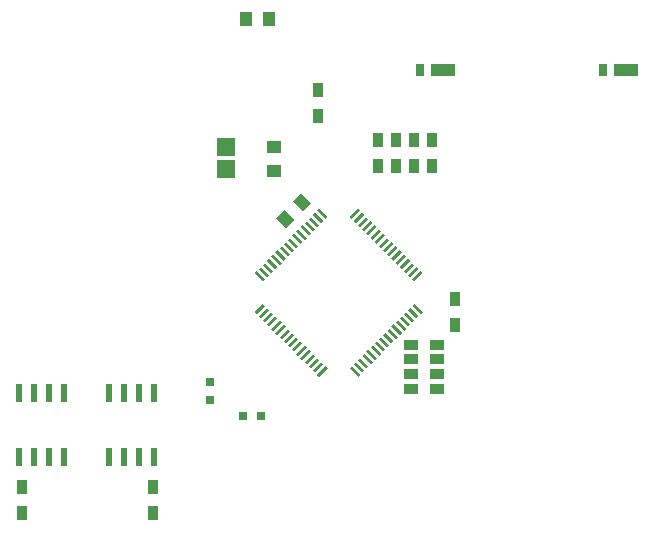
<source format=gbp>
G04 #@! TF.FileFunction,Paste,Bot*
%FSLAX46Y46*%
G04 Gerber Fmt 4.6, Leading zero omitted, Abs format (unit mm)*
G04 Created by KiCad (PCBNEW 4.0.6) date 03/12/17 16:17:21*
%MOMM*%
%LPD*%
G01*
G04 APERTURE LIST*
%ADD10C,0.100000*%
%ADD11R,0.900000X1.200000*%
%ADD12R,0.750000X0.800000*%
%ADD13R,0.800000X0.750000*%
%ADD14R,0.800000X1.100000*%
%ADD15R,2.000000X1.100000*%
%ADD16R,1.524000X1.524000*%
%ADD17R,1.200000X0.900000*%
%ADD18R,0.600000X1.550000*%
%ADD19R,1.250000X1.000000*%
%ADD20R,1.000000X1.250000*%
G04 APERTURE END LIST*
D10*
D11*
X106350000Y-71293000D03*
X106350000Y-69093000D03*
D10*
G36*
X95571281Y-76585102D02*
X94687398Y-75701219D01*
X95394505Y-74994112D01*
X96278388Y-75877995D01*
X95571281Y-76585102D01*
X95571281Y-76585102D01*
G37*
G36*
X96985495Y-75170888D02*
X96101612Y-74287005D01*
X96808719Y-73579898D01*
X97692602Y-74463781D01*
X96985495Y-75170888D01*
X96985495Y-75170888D01*
G37*
D12*
X89141500Y-89572500D03*
X89141500Y-91072500D03*
D13*
X93447500Y-92481500D03*
X91947500Y-92481500D03*
D14*
X106924000Y-63208000D03*
D15*
X108824000Y-63208000D03*
D14*
X122418000Y-63208000D03*
D15*
X124318000Y-63208000D03*
D16*
X90475000Y-69685000D03*
X90475000Y-71564600D03*
D11*
X109855000Y-82572501D03*
X109855000Y-84772501D03*
X98222000Y-67038500D03*
X98222000Y-64838500D03*
D17*
X106126783Y-86412350D03*
X108326783Y-86412350D03*
X106126783Y-87669586D03*
X108326783Y-87669586D03*
X106126783Y-88926822D03*
X108326783Y-88926822D03*
X106126783Y-90184058D03*
X108326783Y-90184058D03*
D11*
X107874000Y-71293000D03*
X107874000Y-69093000D03*
X103302000Y-71293000D03*
X103302000Y-69093000D03*
X104826000Y-71293000D03*
X104826000Y-69093000D03*
X73203000Y-100693500D03*
X73203000Y-98493500D03*
X84252000Y-98493500D03*
X84252000Y-100693500D03*
D10*
G36*
X98355977Y-89128101D02*
X98179200Y-88951324D01*
X98886307Y-88244217D01*
X99063084Y-88420994D01*
X98355977Y-89128101D01*
X98355977Y-89128101D01*
G37*
G36*
X98002423Y-88774548D02*
X97825646Y-88597771D01*
X98532753Y-87890664D01*
X98709530Y-88067441D01*
X98002423Y-88774548D01*
X98002423Y-88774548D01*
G37*
G36*
X97648870Y-88420994D02*
X97472093Y-88244217D01*
X98179200Y-87537110D01*
X98355977Y-87713887D01*
X97648870Y-88420994D01*
X97648870Y-88420994D01*
G37*
G36*
X97295317Y-88067441D02*
X97118540Y-87890664D01*
X97825647Y-87183557D01*
X98002424Y-87360334D01*
X97295317Y-88067441D01*
X97295317Y-88067441D01*
G37*
G36*
X96941763Y-87713888D02*
X96764986Y-87537111D01*
X97472093Y-86830004D01*
X97648870Y-87006781D01*
X96941763Y-87713888D01*
X96941763Y-87713888D01*
G37*
G36*
X96588210Y-87360334D02*
X96411433Y-87183557D01*
X97118540Y-86476450D01*
X97295317Y-86653227D01*
X96588210Y-87360334D01*
X96588210Y-87360334D01*
G37*
G36*
X96234656Y-87006781D02*
X96057879Y-86830004D01*
X96764986Y-86122897D01*
X96941763Y-86299674D01*
X96234656Y-87006781D01*
X96234656Y-87006781D01*
G37*
G36*
X95881103Y-86653227D02*
X95704326Y-86476450D01*
X96411433Y-85769343D01*
X96588210Y-85946120D01*
X95881103Y-86653227D01*
X95881103Y-86653227D01*
G37*
G36*
X95527550Y-86299674D02*
X95350773Y-86122897D01*
X96057880Y-85415790D01*
X96234657Y-85592567D01*
X95527550Y-86299674D01*
X95527550Y-86299674D01*
G37*
G36*
X95173996Y-85946121D02*
X94997219Y-85769344D01*
X95704326Y-85062237D01*
X95881103Y-85239014D01*
X95173996Y-85946121D01*
X95173996Y-85946121D01*
G37*
G36*
X94820443Y-85592567D02*
X94643666Y-85415790D01*
X95350773Y-84708683D01*
X95527550Y-84885460D01*
X94820443Y-85592567D01*
X94820443Y-85592567D01*
G37*
G36*
X94466889Y-85239014D02*
X94290112Y-85062237D01*
X94997219Y-84355130D01*
X95173996Y-84531907D01*
X94466889Y-85239014D01*
X94466889Y-85239014D01*
G37*
G36*
X94113336Y-84885460D02*
X93936559Y-84708683D01*
X94643666Y-84001576D01*
X94820443Y-84178353D01*
X94113336Y-84885460D01*
X94113336Y-84885460D01*
G37*
G36*
X93759783Y-84531907D02*
X93583006Y-84355130D01*
X94290113Y-83648023D01*
X94466890Y-83824800D01*
X93759783Y-84531907D01*
X93759783Y-84531907D01*
G37*
G36*
X93406229Y-84178354D02*
X93229452Y-84001577D01*
X93936559Y-83294470D01*
X94113336Y-83471247D01*
X93406229Y-84178354D01*
X93406229Y-84178354D01*
G37*
G36*
X93052676Y-83824800D02*
X92875899Y-83648023D01*
X93583006Y-82940916D01*
X93759783Y-83117693D01*
X93052676Y-83824800D01*
X93052676Y-83824800D01*
G37*
G36*
X92875899Y-80359977D02*
X93052676Y-80183200D01*
X93759783Y-80890307D01*
X93583006Y-81067084D01*
X92875899Y-80359977D01*
X92875899Y-80359977D01*
G37*
G36*
X93229452Y-80006423D02*
X93406229Y-79829646D01*
X94113336Y-80536753D01*
X93936559Y-80713530D01*
X93229452Y-80006423D01*
X93229452Y-80006423D01*
G37*
G36*
X93583006Y-79652870D02*
X93759783Y-79476093D01*
X94466890Y-80183200D01*
X94290113Y-80359977D01*
X93583006Y-79652870D01*
X93583006Y-79652870D01*
G37*
G36*
X93936559Y-79299317D02*
X94113336Y-79122540D01*
X94820443Y-79829647D01*
X94643666Y-80006424D01*
X93936559Y-79299317D01*
X93936559Y-79299317D01*
G37*
G36*
X94290112Y-78945763D02*
X94466889Y-78768986D01*
X95173996Y-79476093D01*
X94997219Y-79652870D01*
X94290112Y-78945763D01*
X94290112Y-78945763D01*
G37*
G36*
X94643666Y-78592210D02*
X94820443Y-78415433D01*
X95527550Y-79122540D01*
X95350773Y-79299317D01*
X94643666Y-78592210D01*
X94643666Y-78592210D01*
G37*
G36*
X94997219Y-78238656D02*
X95173996Y-78061879D01*
X95881103Y-78768986D01*
X95704326Y-78945763D01*
X94997219Y-78238656D01*
X94997219Y-78238656D01*
G37*
G36*
X95350773Y-77885103D02*
X95527550Y-77708326D01*
X96234657Y-78415433D01*
X96057880Y-78592210D01*
X95350773Y-77885103D01*
X95350773Y-77885103D01*
G37*
G36*
X95704326Y-77531550D02*
X95881103Y-77354773D01*
X96588210Y-78061880D01*
X96411433Y-78238657D01*
X95704326Y-77531550D01*
X95704326Y-77531550D01*
G37*
G36*
X96057879Y-77177996D02*
X96234656Y-77001219D01*
X96941763Y-77708326D01*
X96764986Y-77885103D01*
X96057879Y-77177996D01*
X96057879Y-77177996D01*
G37*
G36*
X96411433Y-76824443D02*
X96588210Y-76647666D01*
X97295317Y-77354773D01*
X97118540Y-77531550D01*
X96411433Y-76824443D01*
X96411433Y-76824443D01*
G37*
G36*
X96764986Y-76470889D02*
X96941763Y-76294112D01*
X97648870Y-77001219D01*
X97472093Y-77177996D01*
X96764986Y-76470889D01*
X96764986Y-76470889D01*
G37*
G36*
X97118540Y-76117336D02*
X97295317Y-75940559D01*
X98002424Y-76647666D01*
X97825647Y-76824443D01*
X97118540Y-76117336D01*
X97118540Y-76117336D01*
G37*
G36*
X97472093Y-75763783D02*
X97648870Y-75587006D01*
X98355977Y-76294113D01*
X98179200Y-76470890D01*
X97472093Y-75763783D01*
X97472093Y-75763783D01*
G37*
G36*
X97825646Y-75410229D02*
X98002423Y-75233452D01*
X98709530Y-75940559D01*
X98532753Y-76117336D01*
X97825646Y-75410229D01*
X97825646Y-75410229D01*
G37*
G36*
X98179200Y-75056676D02*
X98355977Y-74879899D01*
X99063084Y-75587006D01*
X98886307Y-75763783D01*
X98179200Y-75056676D01*
X98179200Y-75056676D01*
G37*
G36*
X101113693Y-75763783D02*
X100936916Y-75587006D01*
X101644023Y-74879899D01*
X101820800Y-75056676D01*
X101113693Y-75763783D01*
X101113693Y-75763783D01*
G37*
G36*
X101467247Y-76117336D02*
X101290470Y-75940559D01*
X101997577Y-75233452D01*
X102174354Y-75410229D01*
X101467247Y-76117336D01*
X101467247Y-76117336D01*
G37*
G36*
X101820800Y-76470890D02*
X101644023Y-76294113D01*
X102351130Y-75587006D01*
X102527907Y-75763783D01*
X101820800Y-76470890D01*
X101820800Y-76470890D01*
G37*
G36*
X102174353Y-76824443D02*
X101997576Y-76647666D01*
X102704683Y-75940559D01*
X102881460Y-76117336D01*
X102174353Y-76824443D01*
X102174353Y-76824443D01*
G37*
G36*
X102527907Y-77177996D02*
X102351130Y-77001219D01*
X103058237Y-76294112D01*
X103235014Y-76470889D01*
X102527907Y-77177996D01*
X102527907Y-77177996D01*
G37*
G36*
X102881460Y-77531550D02*
X102704683Y-77354773D01*
X103411790Y-76647666D01*
X103588567Y-76824443D01*
X102881460Y-77531550D01*
X102881460Y-77531550D01*
G37*
G36*
X103235014Y-77885103D02*
X103058237Y-77708326D01*
X103765344Y-77001219D01*
X103942121Y-77177996D01*
X103235014Y-77885103D01*
X103235014Y-77885103D01*
G37*
G36*
X103588567Y-78238657D02*
X103411790Y-78061880D01*
X104118897Y-77354773D01*
X104295674Y-77531550D01*
X103588567Y-78238657D01*
X103588567Y-78238657D01*
G37*
G36*
X103942120Y-78592210D02*
X103765343Y-78415433D01*
X104472450Y-77708326D01*
X104649227Y-77885103D01*
X103942120Y-78592210D01*
X103942120Y-78592210D01*
G37*
G36*
X104295674Y-78945763D02*
X104118897Y-78768986D01*
X104826004Y-78061879D01*
X105002781Y-78238656D01*
X104295674Y-78945763D01*
X104295674Y-78945763D01*
G37*
G36*
X104649227Y-79299317D02*
X104472450Y-79122540D01*
X105179557Y-78415433D01*
X105356334Y-78592210D01*
X104649227Y-79299317D01*
X104649227Y-79299317D01*
G37*
G36*
X105002781Y-79652870D02*
X104826004Y-79476093D01*
X105533111Y-78768986D01*
X105709888Y-78945763D01*
X105002781Y-79652870D01*
X105002781Y-79652870D01*
G37*
G36*
X105356334Y-80006424D02*
X105179557Y-79829647D01*
X105886664Y-79122540D01*
X106063441Y-79299317D01*
X105356334Y-80006424D01*
X105356334Y-80006424D01*
G37*
G36*
X105709887Y-80359977D02*
X105533110Y-80183200D01*
X106240217Y-79476093D01*
X106416994Y-79652870D01*
X105709887Y-80359977D01*
X105709887Y-80359977D01*
G37*
G36*
X106063441Y-80713530D02*
X105886664Y-80536753D01*
X106593771Y-79829646D01*
X106770548Y-80006423D01*
X106063441Y-80713530D01*
X106063441Y-80713530D01*
G37*
G36*
X106416994Y-81067084D02*
X106240217Y-80890307D01*
X106947324Y-80183200D01*
X107124101Y-80359977D01*
X106416994Y-81067084D01*
X106416994Y-81067084D01*
G37*
G36*
X106240217Y-83117693D02*
X106416994Y-82940916D01*
X107124101Y-83648023D01*
X106947324Y-83824800D01*
X106240217Y-83117693D01*
X106240217Y-83117693D01*
G37*
G36*
X105886664Y-83471247D02*
X106063441Y-83294470D01*
X106770548Y-84001577D01*
X106593771Y-84178354D01*
X105886664Y-83471247D01*
X105886664Y-83471247D01*
G37*
G36*
X105533110Y-83824800D02*
X105709887Y-83648023D01*
X106416994Y-84355130D01*
X106240217Y-84531907D01*
X105533110Y-83824800D01*
X105533110Y-83824800D01*
G37*
G36*
X105179557Y-84178353D02*
X105356334Y-84001576D01*
X106063441Y-84708683D01*
X105886664Y-84885460D01*
X105179557Y-84178353D01*
X105179557Y-84178353D01*
G37*
G36*
X104826004Y-84531907D02*
X105002781Y-84355130D01*
X105709888Y-85062237D01*
X105533111Y-85239014D01*
X104826004Y-84531907D01*
X104826004Y-84531907D01*
G37*
G36*
X104472450Y-84885460D02*
X104649227Y-84708683D01*
X105356334Y-85415790D01*
X105179557Y-85592567D01*
X104472450Y-84885460D01*
X104472450Y-84885460D01*
G37*
G36*
X104118897Y-85239014D02*
X104295674Y-85062237D01*
X105002781Y-85769344D01*
X104826004Y-85946121D01*
X104118897Y-85239014D01*
X104118897Y-85239014D01*
G37*
G36*
X103765343Y-85592567D02*
X103942120Y-85415790D01*
X104649227Y-86122897D01*
X104472450Y-86299674D01*
X103765343Y-85592567D01*
X103765343Y-85592567D01*
G37*
G36*
X103411790Y-85946120D02*
X103588567Y-85769343D01*
X104295674Y-86476450D01*
X104118897Y-86653227D01*
X103411790Y-85946120D01*
X103411790Y-85946120D01*
G37*
G36*
X103058237Y-86299674D02*
X103235014Y-86122897D01*
X103942121Y-86830004D01*
X103765344Y-87006781D01*
X103058237Y-86299674D01*
X103058237Y-86299674D01*
G37*
G36*
X102704683Y-86653227D02*
X102881460Y-86476450D01*
X103588567Y-87183557D01*
X103411790Y-87360334D01*
X102704683Y-86653227D01*
X102704683Y-86653227D01*
G37*
G36*
X102351130Y-87006781D02*
X102527907Y-86830004D01*
X103235014Y-87537111D01*
X103058237Y-87713888D01*
X102351130Y-87006781D01*
X102351130Y-87006781D01*
G37*
G36*
X101997576Y-87360334D02*
X102174353Y-87183557D01*
X102881460Y-87890664D01*
X102704683Y-88067441D01*
X101997576Y-87360334D01*
X101997576Y-87360334D01*
G37*
G36*
X101644023Y-87713887D02*
X101820800Y-87537110D01*
X102527907Y-88244217D01*
X102351130Y-88420994D01*
X101644023Y-87713887D01*
X101644023Y-87713887D01*
G37*
G36*
X101290470Y-88067441D02*
X101467247Y-87890664D01*
X102174354Y-88597771D01*
X101997577Y-88774548D01*
X101290470Y-88067441D01*
X101290470Y-88067441D01*
G37*
G36*
X100936916Y-88420994D02*
X101113693Y-88244217D01*
X101820800Y-88951324D01*
X101644023Y-89128101D01*
X100936916Y-88420994D01*
X100936916Y-88420994D01*
G37*
D18*
X72949000Y-90543500D03*
X74219000Y-90543500D03*
X75489000Y-90543500D03*
X76759000Y-90543500D03*
X76759000Y-95943500D03*
X75489000Y-95943500D03*
X74219000Y-95943500D03*
X72949000Y-95943500D03*
X80569000Y-90543500D03*
X81839000Y-90543500D03*
X83109000Y-90543500D03*
X84379000Y-90543500D03*
X84379000Y-95943500D03*
X83109000Y-95943500D03*
X81839000Y-95943500D03*
X80569000Y-95943500D03*
D19*
X94539000Y-71701000D03*
X94539000Y-69701000D03*
D20*
X94142000Y-58890000D03*
X92142000Y-58890000D03*
M02*

</source>
